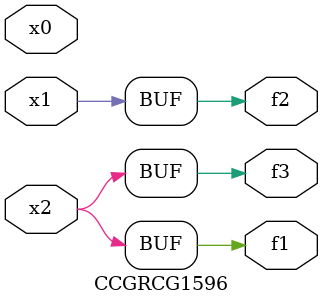
<source format=v>
module CCGRCG1596(
	input x0, x1, x2,
	output f1, f2, f3
);
	assign f1 = x2;
	assign f2 = x1;
	assign f3 = x2;
endmodule

</source>
